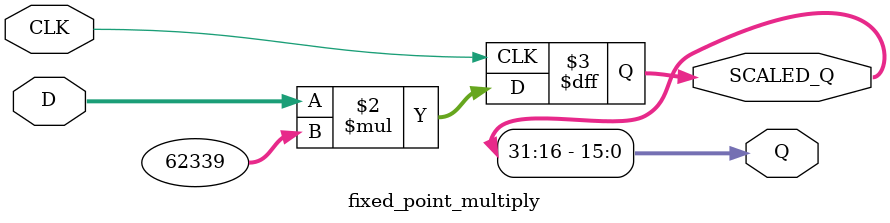
<source format=v>
`timescale 1ns / 1ps


module fixed_point_multiply(
        CLK,
        D,
        Q,
        SCALED_Q
    );
    
    parameter DATA_WIDTH = 16;
    parameter FIXED_POINT_PRECISION = 16;
    parameter SCALED_DELTA_W = 62339;
    
    input wire CLK;
    input wire [DATA_WIDTH-1:0] D;
    output wire [DATA_WIDTH-1:0] Q;
    output reg [DATA_WIDTH+FIXED_POINT_PRECISION-1:0] SCALED_Q;
    
    assign Q = SCALED_Q[DATA_WIDTH+FIXED_POINT_PRECISION-1:FIXED_POINT_PRECISION];
    
    always@(posedge CLK) begin
        SCALED_Q <= D * SCALED_DELTA_W;
    end
    
endmodule

</source>
